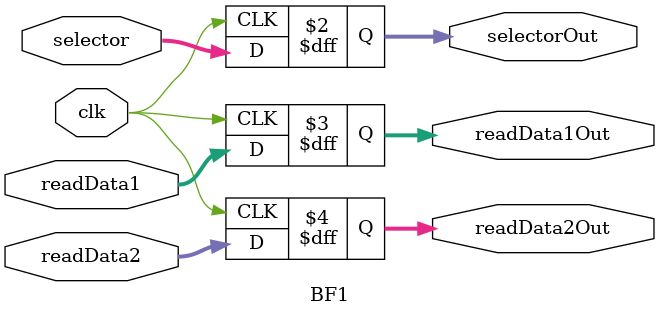
<source format=v>
module BF1(
	input clk,
	input [3:0]selector,
	input [31:0]
		readData1,
		readData2,
	output reg [3:0]selectorOut,
	output reg [31:0]
		readData1Out,
		readData2Out	
);

always @(posedge clk)
begin
	selectorOut = selector;
	readData1Out = readData1;
	readData2Out = readData2;
end
endmodule
</source>
